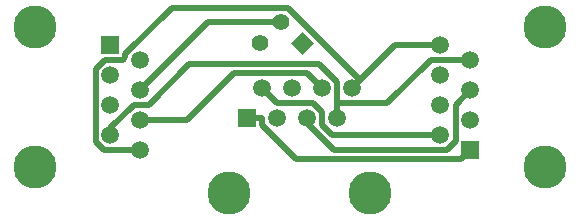
<source format=gtl>
G04 (created by PCBNEW (2013-07-07 BZR 4022)-stable) date 13/04/2014 11:11:03 PM*
%MOIN*%
G04 Gerber Fmt 3.4, Leading zero omitted, Abs format*
%FSLAX34Y34*%
G01*
G70*
G90*
G04 APERTURE LIST*
%ADD10C,0.00590551*%
%ADD11C,0.055*%
%ADD12C,0.1437*%
%ADD13R,0.0591X0.0591*%
%ADD14C,0.0591*%
%ADD15C,0.019685*%
G04 APERTURE END LIST*
G54D10*
G36*
X45918Y-52600D02*
X46307Y-52211D01*
X46696Y-52600D01*
X46307Y-52988D01*
X45918Y-52600D01*
X45918Y-52600D01*
G37*
G54D11*
X45600Y-51892D03*
X44892Y-52600D03*
G54D12*
X37400Y-56738D03*
X37400Y-52065D03*
G54D13*
X39900Y-52650D03*
G54D14*
X40900Y-53150D03*
X39900Y-53650D03*
X40900Y-54150D03*
X39900Y-54650D03*
X40900Y-55150D03*
X39900Y-55650D03*
X40900Y-56150D03*
G54D12*
X48538Y-57600D03*
X43865Y-57600D03*
G54D13*
X44450Y-55100D03*
G54D14*
X44950Y-54100D03*
X45450Y-55100D03*
X45950Y-54100D03*
X46450Y-55100D03*
X46950Y-54100D03*
X47450Y-55100D03*
X47950Y-54100D03*
G54D12*
X54400Y-52062D03*
X54400Y-56735D03*
G54D13*
X51900Y-56150D03*
G54D14*
X50900Y-55650D03*
X51900Y-55150D03*
X50900Y-54650D03*
X51900Y-54150D03*
X50900Y-53650D03*
X51900Y-53150D03*
X50900Y-52650D03*
G54D15*
X44450Y-55100D02*
X44944Y-55100D01*
X51603Y-56446D02*
X51900Y-56150D01*
X46074Y-56446D02*
X51603Y-56446D01*
X44944Y-55316D02*
X46074Y-56446D01*
X44944Y-55100D02*
X44944Y-55316D01*
X42469Y-55150D02*
X40900Y-55150D01*
X44024Y-53594D02*
X42469Y-55150D01*
X46444Y-53594D02*
X44024Y-53594D01*
X46950Y-54100D02*
X46444Y-53594D01*
X46450Y-55246D02*
X46450Y-55100D01*
X47353Y-56150D02*
X46450Y-55246D01*
X51111Y-56150D02*
X47353Y-56150D01*
X51405Y-55855D02*
X51111Y-56150D01*
X51405Y-54644D02*
X51405Y-55855D01*
X51900Y-54150D02*
X51405Y-54644D01*
X43157Y-51892D02*
X40900Y-54150D01*
X45600Y-51892D02*
X43157Y-51892D01*
X45444Y-54594D02*
X44950Y-54100D01*
X46659Y-54594D02*
X45444Y-54594D01*
X46950Y-54884D02*
X46659Y-54594D01*
X46950Y-55326D02*
X46950Y-54884D01*
X47273Y-55650D02*
X46950Y-55326D01*
X50900Y-55650D02*
X47273Y-55650D01*
X39673Y-56150D02*
X40900Y-56150D01*
X39404Y-55880D02*
X39673Y-56150D01*
X39404Y-53445D02*
X39404Y-55880D01*
X39705Y-53144D02*
X39404Y-53445D01*
X40304Y-53144D02*
X39705Y-53144D01*
X40395Y-53052D02*
X40304Y-53144D01*
X40395Y-52955D02*
X40395Y-53052D01*
X41937Y-51413D02*
X40395Y-52955D01*
X45807Y-51413D02*
X41937Y-51413D01*
X48221Y-53828D02*
X45807Y-51413D01*
X49400Y-52650D02*
X48221Y-53828D01*
X50900Y-52650D02*
X49400Y-52650D01*
X48221Y-53828D02*
X47950Y-54100D01*
X47450Y-55100D02*
X47450Y-54600D01*
X39900Y-55426D02*
X39900Y-55650D01*
X40676Y-54650D02*
X39900Y-55426D01*
X41178Y-54650D02*
X40676Y-54650D01*
X42530Y-53297D02*
X41178Y-54650D01*
X46855Y-53297D02*
X42530Y-53297D01*
X47450Y-53892D02*
X46855Y-53297D01*
X47450Y-54600D02*
X47450Y-53892D01*
X50578Y-53150D02*
X51900Y-53150D01*
X49128Y-54600D02*
X50578Y-53150D01*
X47450Y-54600D02*
X49128Y-54600D01*
M02*

</source>
